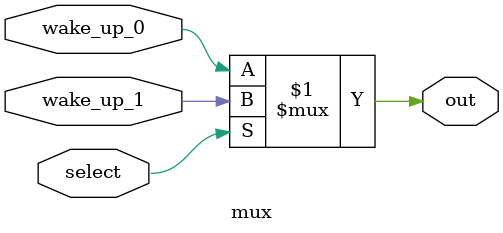
<source format=v>
`timescale 1ns / 1ps

module buzzer
    (
        output out ,
        input above_30_0 ,
              above_25_0 ,
              low_level_0,
              above_30_1 ,
              above_25_1 , 
              low_level_1,
              select     
     );
     wire     temp_bad_0 ,
              below_25_0 ,
              wake_up_0  ,
              temp_bad_1 ,
              below_25_1 ,
              wake_up_1  ;
              
     // Inverter 
     not inv_0 (below_25_0 , above_25_0);
     not inv_2 (below_25_1 , above_25_1);
     
     // OR
     or or_0a (temp_bad_0 , above_30_0 , below_25_0);
     or or_0b (wake_up_0  , temp_bad_0 , low_level_0);
     
     // OR
     or or_1a (temp_bad_1 , above_30_1 , below_25_1);
     or or_1b (wake_up_1  , temp_bad_1 , low_level_1);
     
     //Multiplexer 
     mux m1 (out , wake_up_0 , wake_up_1 , select);
endmodule

module mux 
    (
        output out ,
        input  wake_up_0 , wake_up_1 , select   
    );
    
    assign out = select ? wake_up_1 : wake_up_0 ;

endmodule
</source>
